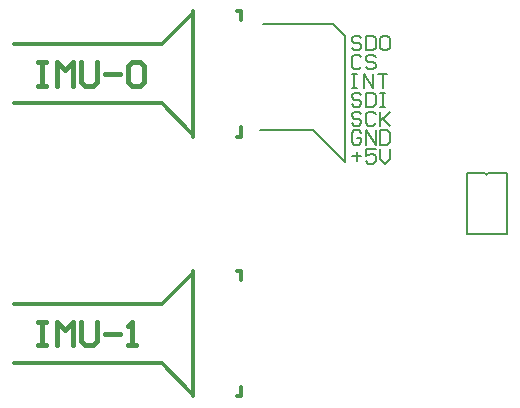
<source format=gto>
G04 Layer_Color=65535*
%FSLAX44Y44*%
%MOMM*%
G71*
G01*
G75*
%ADD16C,0.3000*%
%ADD22C,0.1500*%
%ADD23C,0.2000*%
%ADD24C,0.4000*%
D16*
X125000Y-85000D02*
X150000Y-60000D01*
X0Y-85000D02*
X125000D01*
X0Y-135000D02*
X125000D01*
X150000Y-160000D01*
X125000Y85000D02*
X150000Y60000D01*
X0Y85000D02*
X125000D01*
X0Y135000D02*
X125000D01*
X150000Y160000D01*
X151000Y56750D02*
Y163250D01*
X192000Y155250D02*
Y163250D01*
X189000D02*
X192000D01*
X189000Y56750D02*
X192000D01*
Y64750D01*
X151000Y-163250D02*
Y-56750D01*
X192000Y-64750D02*
Y-56750D01*
X189000D02*
X192000D01*
X189000Y-163250D02*
X192000D01*
Y-155250D01*
D22*
X398375Y26000D02*
G03*
X401625Y26000I1625J0D01*
G01*
X383000D02*
X398375D01*
X401625D02*
X417000D01*
Y-26000D02*
Y26000D01*
X383000Y-26000D02*
X417000D01*
X383000D02*
Y26000D01*
D23*
X211000Y152000D02*
X270000D01*
X280000Y142000D01*
X208000Y62000D02*
X253000D01*
X280000Y35000D01*
Y142000D01*
X293997Y139997D02*
X291998Y141996D01*
X287999D01*
X286000Y139997D01*
Y137997D01*
X287999Y135998D01*
X291998D01*
X293997Y133999D01*
Y131999D01*
X291998Y130000D01*
X287999D01*
X286000Y131999D01*
X297996Y141996D02*
Y130000D01*
X303994D01*
X305993Y131999D01*
Y139997D01*
X303994Y141996D01*
X297996D01*
X315990D02*
X311992D01*
X309992Y139997D01*
Y131999D01*
X311992Y130000D01*
X315990D01*
X317990Y131999D01*
Y139997D01*
X315990Y141996D01*
X293997Y123997D02*
X291998Y125996D01*
X287999D01*
X286000Y123997D01*
Y115999D01*
X287999Y114000D01*
X291998D01*
X293997Y115999D01*
X305993Y123997D02*
X303994Y125996D01*
X299995D01*
X297996Y123997D01*
Y121997D01*
X299995Y119998D01*
X303994D01*
X305993Y117999D01*
Y115999D01*
X303994Y114000D01*
X299995D01*
X297996Y115999D01*
X286000Y109996D02*
X289999D01*
X287999D01*
Y98000D01*
X286000D01*
X289999D01*
X295997D02*
Y109996D01*
X303994Y98000D01*
Y109996D01*
X307993D02*
X315990D01*
X311992D01*
Y98000D01*
X293997Y91997D02*
X291998Y93996D01*
X287999D01*
X286000Y91997D01*
Y89997D01*
X287999Y87998D01*
X291998D01*
X293997Y85999D01*
Y83999D01*
X291998Y82000D01*
X287999D01*
X286000Y83999D01*
X297996Y93996D02*
Y82000D01*
X303994D01*
X305993Y83999D01*
Y91997D01*
X303994Y93996D01*
X297996D01*
X309992D02*
X313991D01*
X311992D01*
Y82000D01*
X309992D01*
X313991D01*
X293997Y75997D02*
X291998Y77996D01*
X287999D01*
X286000Y75997D01*
Y73997D01*
X287999Y71998D01*
X291998D01*
X293997Y69999D01*
Y67999D01*
X291998Y66000D01*
X287999D01*
X286000Y67999D01*
X305993Y75997D02*
X303994Y77996D01*
X299995D01*
X297996Y75997D01*
Y67999D01*
X299995Y66000D01*
X303994D01*
X305993Y67999D01*
X309992Y77996D02*
Y66000D01*
Y69999D01*
X317990Y77996D01*
X311992Y71998D01*
X317990Y66000D01*
X293997Y59997D02*
X291998Y61996D01*
X287999D01*
X286000Y59997D01*
Y51999D01*
X287999Y50000D01*
X291998D01*
X293997Y51999D01*
Y55998D01*
X289999D01*
X297996Y50000D02*
Y61996D01*
X305993Y50000D01*
Y61996D01*
X309992D02*
Y50000D01*
X315990D01*
X317990Y51999D01*
Y59997D01*
X315990Y61996D01*
X309992D01*
X286000Y39998D02*
X293997D01*
X289999Y43997D02*
Y35999D01*
X305993Y45996D02*
X297996D01*
Y39998D01*
X301995Y41997D01*
X303994D01*
X305993Y39998D01*
Y35999D01*
X303994Y34000D01*
X299995D01*
X297996Y35999D01*
X309992Y45996D02*
Y37999D01*
X313991Y34000D01*
X317990Y37999D01*
Y45996D01*
D24*
X20000Y-100006D02*
X26665D01*
X23332D01*
Y-120000D01*
X20000D01*
X26665D01*
X36661D02*
Y-100006D01*
X43326Y-106671D01*
X49990Y-100006D01*
Y-120000D01*
X56655Y-100006D02*
Y-116668D01*
X59987Y-120000D01*
X66652D01*
X69984Y-116668D01*
Y-100006D01*
X76648Y-110003D02*
X89977D01*
X96642Y-120000D02*
X103307D01*
X99974D01*
Y-100006D01*
X96642Y-103339D01*
X20000Y119994D02*
X26665D01*
X23332D01*
Y100000D01*
X20000D01*
X26665D01*
X36661D02*
Y119994D01*
X43326Y113329D01*
X49990Y119994D01*
Y100000D01*
X56655Y119994D02*
Y103332D01*
X59987Y100000D01*
X66652D01*
X69984Y103332D01*
Y119994D01*
X76648Y109997D02*
X89977D01*
X96642Y116661D02*
X99974Y119994D01*
X106639D01*
X109971Y116661D01*
Y103332D01*
X106639Y100000D01*
X99974D01*
X96642Y103332D01*
Y116661D01*
M02*

</source>
